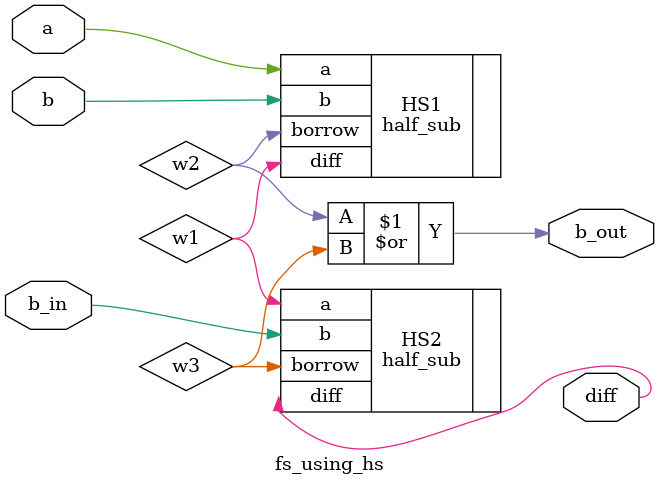
<source format=v>
module fs_using_hs(a,b,b_in,diff, b_out);
  input  a,b,b_in;
  output diff, b_out;
  wire w1,w2,w3;

  half_sub HS1(.a(a), .b(b), .diff(w1), .borrow(w2));
  half_sub HS2(.a(w1), .b(b_in), .diff(diff), .borrow(w3));
  or OR1(b_out, w2,w3);
endmodule

</source>
